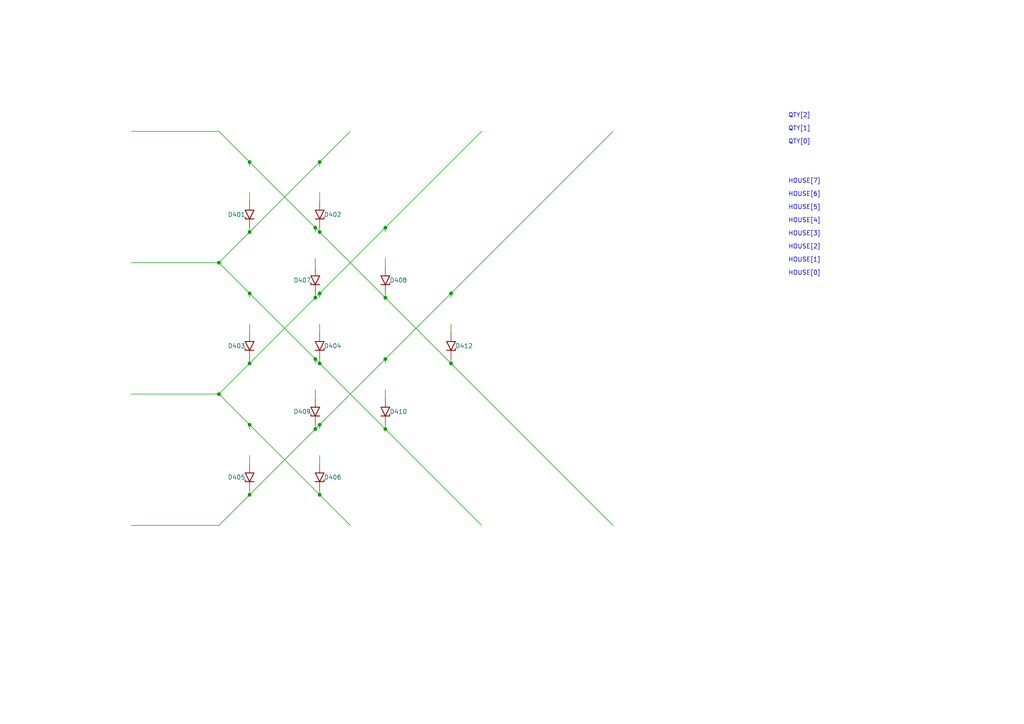
<source format=kicad_sch>
(kicad_sch (version 20230121) (generator eeschema)
  (paper "A4")
  (lib_symbols
    (symbol "RK_Diodes:350mA 28V SOD-323" (pin_numbers hide) (pin_names (offset 1.016) hide)
      (property "Reference" "D" (at 0 2.54 0))
      (property "Value" "350mA 28V" (at 0 -2.54 0))
      (symbol "350mA 28V SOD-323_0_1"
        (polyline (pts (xy -0.762 1.27) (xy -1.27 1.27) (xy -1.27 -1.27)) (stroke (width 0.254)))
        (polyline (pts (xy 1.27 1.27) (xy 1.27 -1.27) (xy -1.27 0) (xy 1.27 1.27)) (stroke (width 0.254)))
      )
      (symbol "350mA 28V SOD-323_1_1"
        (pin passive line (at -3.81 0 0) (length 2.54) (name "A1") (number "1"))
        (pin passive line (at 3.81 0 180) (length 2.54) (name "A2") (number "2"))
      )
    )
  )
  (junction (at 130.81 105.41))
  (junction (at 92.71 67.31))
  (junction (at 72.39 143.51))
  (junction (at 130.81 85.09))
  (junction (at 72.39 105.41))
  (junction (at 72.39 85.09))
  (junction (at 72.39 67.31))
  (junction (at 92.71 105.41))
  (junction (at 72.39 46.99))
  (junction (at 92.71 123.19))
  (junction (at 63.5 114.3))
  (junction (at 92.71 85.09))
  (junction (at 91.44 66.04))
  (junction (at 92.71 143.51))
  (junction (at 111.76 66.04))
  (junction (at 72.39 123.19))
  (junction (at 111.76 124.46))
  (junction (at 91.44 104.14))
  (junction (at 92.71 46.99))
  (junction (at 111.76 86.36))
  (junction (at 63.5 76.2))
  (junction (at 91.44 124.46))
  (junction (at 91.44 86.36))
  (junction (at 111.76 104.14))
  (wire (pts (xy 92.71 85.09) (xy 111.76 66.04)))
  (wire (pts (xy 72.39 55.88) (xy 72.39 58.42)))
  (wire (pts (xy 63.5 76.2) (xy 72.39 85.09)))
  (wire (pts (xy 92.71 142.24) (xy 92.71 143.51)))
  (wire (pts (xy 91.44 124.46) (xy 92.71 123.19)))
  (wire (pts (xy 72.39 105.41) (xy 91.44 86.36)))
  (wire (pts (xy 92.71 123.19) (xy 111.76 104.14)))
  (wire (pts (xy 92.71 46.99) (xy 92.71 48.26)))
  (wire (pts (xy 72.39 85.09) (xy 72.39 86.36)))
  (wire (pts (xy 63.5 152.4) (xy 72.39 143.51)))
  (wire (pts (xy 72.39 123.19) (xy 92.71 143.51)))
  (wire (pts (xy 111.76 66.04) (xy 111.76 67.31)))
  (wire (pts (xy 72.39 123.19) (xy 72.39 124.46)))
  (wire (pts (xy 63.5 114.3) (xy 72.39 123.19)))
  (wire (pts (xy 92.71 85.09) (xy 92.71 86.36)))
  (wire (pts (xy 72.39 67.31) (xy 92.71 46.99)))
  (wire (pts (xy 130.81 105.41) (xy 177.8 152.4)))
  (wire (pts (xy 92.71 67.31) (xy 111.76 86.36)))
  (wire (pts (xy 72.39 142.24) (xy 72.39 143.51)))
  (wire (pts (xy 111.76 104.14) (xy 111.76 105.41)))
  (wire (pts (xy 92.71 105.41) (xy 111.76 124.46)))
  (wire (pts (xy 72.39 104.14) (xy 72.39 105.41)))
  (wire (pts (xy 92.71 66.04) (xy 92.71 67.31)))
  (wire (pts (xy 63.5 76.2) (xy 72.39 67.31)))
  (wire (pts (xy 92.71 93.98) (xy 92.71 96.52)))
  (wire (pts (xy 63.5 114.3) (xy 72.39 105.41)))
  (wire (pts (xy 91.44 104.14) (xy 91.44 105.41)))
  (wire (pts (xy 91.44 74.93) (xy 91.44 77.47)))
  (wire (pts (xy 38.1 114.3) (xy 63.5 114.3)))
  (wire (pts (xy 72.39 143.51) (xy 91.44 124.46)))
  (wire (pts (xy 72.39 66.04) (xy 72.39 67.31)))
  (wire (pts (xy 91.44 104.14) (xy 92.71 105.41)))
  (wire (pts (xy 72.39 132.08) (xy 72.39 134.62)))
  (wire (pts (xy 111.76 86.36) (xy 130.81 105.41)))
  (wire (pts (xy 92.71 132.08) (xy 92.71 134.62)))
  (wire (pts (xy 130.81 85.09) (xy 177.8 38.1)))
  (wire (pts (xy 92.71 55.88) (xy 92.71 58.42)))
  (wire (pts (xy 91.44 66.04) (xy 91.44 67.31)))
  (wire (pts (xy 72.39 46.99) (xy 91.44 66.04)))
  (wire (pts (xy 91.44 66.04) (xy 92.71 67.31)))
  (wire (pts (xy 130.81 104.14) (xy 130.81 105.41)))
  (wire (pts (xy 91.44 113.03) (xy 91.44 115.57)))
  (wire (pts (xy 111.76 104.14) (xy 130.81 85.09)))
  (wire (pts (xy 38.1 152.4) (xy 63.5 152.4)))
  (wire (pts (xy 72.39 93.98) (xy 72.39 96.52)))
  (wire (pts (xy 111.76 124.46) (xy 139.7 152.4)))
  (wire (pts (xy 92.71 46.99) (xy 101.6 38.1)))
  (wire (pts (xy 38.1 76.2) (xy 63.5 76.2)))
  (wire (pts (xy 111.76 66.04) (xy 139.7 38.1)))
  (wire (pts (xy 92.71 104.14) (xy 92.71 105.41)))
  (wire (pts (xy 92.71 143.51) (xy 101.6 152.4)))
  (wire (pts (xy 72.39 46.99) (xy 72.39 48.26)))
  (wire (pts (xy 111.76 85.09) (xy 111.76 86.36)))
  (wire (pts (xy 130.81 85.09) (xy 130.81 86.36)))
  (wire (pts (xy 91.44 123.19) (xy 91.44 124.46)))
  (wire (pts (xy 91.44 85.09) (xy 91.44 86.36)))
  (wire (pts (xy 38.1 38.1) (xy 63.5 38.1)))
  (wire (pts (xy 130.81 93.98) (xy 130.81 96.52)))
  (wire (pts (xy 111.76 74.93) (xy 111.76 77.47)))
  (wire (pts (xy 72.39 85.09) (xy 91.44 104.14)))
  (wire (pts (xy 111.76 113.03) (xy 111.76 115.57)))
  (wire (pts (xy 91.44 86.36) (xy 92.71 85.09)))
  (wire (pts (xy 92.71 123.19) (xy 92.71 124.46)))
  (wire (pts (xy 111.76 123.19) (xy 111.76 124.46)))
  (wire (pts (xy 63.5 38.1) (xy 72.39 46.99)))
  (text "HOUSE[6]" (at 228.6 57.15 0) (effects (font (size 1.27 1.27)) (justify left bottom)))
  (text "HOUSE[2]" (at 228.6 72.39 0) (effects (font (size 1.27 1.27)) (justify left bottom)))
  (text "HOUSE[0]" (at 228.6 80.01 0) (effects (font (size 1.27 1.27)) (justify left bottom)))
  (text "QTY[0]" (at 228.6 41.91 0) (effects (font (size 1.27 1.27)) (justify left bottom)))
  (text "HOUSE[4]" (at 228.6 64.77 0) (effects (font (size 1.27 1.27)) (justify left bottom)))
  (text "HOUSE[7]" (at 228.6 53.34 0) (effects (font (size 1.27 1.27)) (justify left bottom)))
  (text "QTY[1]" (at 228.6 38.1 0) (effects (font (size 1.27 1.27)) (justify left bottom)))
  (text "QTY[2]" (at 228.6 34.29 0) (effects (font (size 1.27 1.27)) (justify left bottom)))
  (text "HOUSE[3]" (at 228.6 68.58 0) (effects (font (size 1.27 1.27)) (justify left bottom)))
  (text "HOUSE[1]" (at 228.6 76.2 0) (effects (font (size 1.27 1.27)) (justify left bottom)))
  (text "HOUSE[5]" (at 228.6 60.96 0) (effects (font (size 1.27 1.27)) (justify left bottom)))
  (symbol (lib_id "RK_Diodes:350mA 28V SOD-323") (at 111.76 81.28 270) (mirror x) (unit 1)
    (property "Reference" "D408" (at 118.11 81.28 90) (effects (justify right)))
    (property "Value" "350mA 28V" (effects hide))
    (property "Footprint" "Diode_SMD:D_SOD-323" (effects hide))
    (property "Datasheet" "https://datasheet.lcsc.com/lcsc/2308281515_hongjiacheng-SD103AWS_C7420360.pdf" (effects hide))
    (property "JLC_Cost" "0.0065" (effects hide))
    (property "JLC_Manufacturer" "hongjiacheng" (effects hide))
    (property "JLC_PN" "C7420360" (effects hide))
    (property "JLC_Type" "Basic" (effects hide))
    (property "JLC_MPN" "SD103AWS" (effects hide))
  )
  (symbol (lib_id "RK_Diodes:350mA 28V SOD-323") (at 92.71 100.33 270) (mirror x) (unit 1)
    (property "Reference" "D404" (at 99.06 100.33 90) (effects (justify right)))
    (property "Value" "350mA 28V" (effects hide))
    (property "Footprint" "Diode_SMD:D_SOD-323" (effects hide))
    (property "Datasheet" "https://datasheet.lcsc.com/lcsc/2308281515_hongjiacheng-SD103AWS_C7420360.pdf" (effects hide))
    (property "JLC_Cost" "0.0065" (effects hide))
    (property "JLC_Manufacturer" "hongjiacheng" (effects hide))
    (property "JLC_PN" "C7420360" (effects hide))
    (property "JLC_Type" "Basic" (effects hide))
    (property "JLC_MPN" "SD103AWS" (effects hide))
  )
  (symbol (lib_id "RK_Diodes:350mA 28V SOD-323") (at 111.76 119.38 270) (mirror x) (unit 1)
    (property "Reference" "D410" (at 118.11 119.38 90) (effects (justify right)))
    (property "Value" "350mA 28V" (effects hide))
    (property "Footprint" "Diode_SMD:D_SOD-323" (effects hide))
    (property "Datasheet" "https://datasheet.lcsc.com/lcsc/2308281515_hongjiacheng-SD103AWS_C7420360.pdf" (effects hide))
    (property "JLC_Cost" "0.0065" (effects hide))
    (property "JLC_Manufacturer" "hongjiacheng" (effects hide))
    (property "JLC_PN" "C7420360" (effects hide))
    (property "JLC_Type" "Basic" (effects hide))
    (property "JLC_MPN" "SD103AWS" (effects hide))
  )
  (symbol (lib_id "RK_Diodes:350mA 28V SOD-323") (at 72.39 100.33 90) (unit 1)
    (property "Reference" "D403" (at 66.04 100.33 90) (effects (justify right)))
    (property "Value" "350mA 28V" (effects hide))
    (property "Footprint" "Diode_SMD:D_SOD-323" (effects hide))
    (property "Datasheet" "https://datasheet.lcsc.com/lcsc/2308281515_hongjiacheng-SD103AWS_C7420360.pdf" (effects hide))
    (property "JLC_Cost" "0.0065" (effects hide))
    (property "JLC_Manufacturer" "hongjiacheng" (effects hide))
    (property "JLC_PN" "C7420360" (effects hide))
    (property "JLC_Type" "Basic" (effects hide))
    (property "JLC_MPN" "SD103AWS" (effects hide))
  )
  (symbol (lib_id "RK_Diodes:350mA 28V SOD-323") (at 92.71 138.43 270) (mirror x) (unit 1)
    (property "Reference" "D406" (at 99.06 138.43 90) (effects (justify right)))
    (property "Value" "350mA 28V" (effects hide))
    (property "Footprint" "Diode_SMD:D_SOD-323" (effects hide))
    (property "Datasheet" "https://datasheet.lcsc.com/lcsc/2308281515_hongjiacheng-SD103AWS_C7420360.pdf" (effects hide))
    (property "JLC_Cost" "0.0065" (effects hide))
    (property "JLC_Manufacturer" "hongjiacheng" (effects hide))
    (property "JLC_PN" "C7420360" (effects hide))
    (property "JLC_Type" "Basic" (effects hide))
    (property "JLC_MPN" "SD103AWS" (effects hide))
  )
  (symbol (lib_id "RK_Diodes:350mA 28V SOD-323") (at 91.44 119.38 90) (unit 1)
    (property "Reference" "D409" (at 85.09 119.38 90) (effects (justify right)))
    (property "Value" "350mA 28V" (effects hide))
    (property "Footprint" "Diode_SMD:D_SOD-323" (effects hide))
    (property "Datasheet" "https://datasheet.lcsc.com/lcsc/2308281515_hongjiacheng-SD103AWS_C7420360.pdf" (effects hide))
    (property "JLC_Cost" "0.0065" (effects hide))
    (property "JLC_Manufacturer" "hongjiacheng" (effects hide))
    (property "JLC_PN" "C7420360" (effects hide))
    (property "JLC_Type" "Basic" (effects hide))
    (property "JLC_MPN" "SD103AWS" (effects hide))
  )
  (symbol (lib_id "RK_Diodes:350mA 28V SOD-323") (at 92.71 62.23 270) (mirror x) (unit 1)
    (property "Reference" "D402" (at 99.06 62.23 90) (effects (justify right)))
    (property "Value" "350mA 28V" (effects hide))
    (property "Footprint" "Diode_SMD:D_SOD-323" (effects hide))
    (property "Datasheet" "https://datasheet.lcsc.com/lcsc/2308281515_hongjiacheng-SD103AWS_C7420360.pdf" (effects hide))
    (property "JLC_Cost" "0.0065" (effects hide))
    (property "JLC_Manufacturer" "hongjiacheng" (effects hide))
    (property "JLC_PN" "C7420360" (effects hide))
    (property "JLC_Type" "Basic" (effects hide))
    (property "JLC_MPN" "SD103AWS" (effects hide))
  )
  (symbol (lib_id "RK_Diodes:350mA 28V SOD-323") (at 72.39 138.43 90) (unit 1)
    (property "Reference" "D405" (at 66.04 138.43 90) (effects (justify right)))
    (property "Value" "350mA 28V" (effects hide))
    (property "Footprint" "Diode_SMD:D_SOD-323" (effects hide))
    (property "Datasheet" "https://datasheet.lcsc.com/lcsc/2308281515_hongjiacheng-SD103AWS_C7420360.pdf" (effects hide))
    (property "JLC_Cost" "0.0065" (effects hide))
    (property "JLC_Manufacturer" "hongjiacheng" (effects hide))
    (property "JLC_PN" "C7420360" (effects hide))
    (property "JLC_Type" "Basic" (effects hide))
    (property "JLC_MPN" "SD103AWS" (effects hide))
  )
  (symbol (lib_id "RK_Diodes:350mA 28V SOD-323") (at 72.39 62.23 90) (unit 1)
    (property "Reference" "D401" (at 66.04 62.23 90) (effects (justify right)))
    (property "Value" "350mA 28V" (effects hide))
    (property "Footprint" "Diode_SMD:D_SOD-323" (effects hide))
    (property "Datasheet" "https://datasheet.lcsc.com/lcsc/2308281515_hongjiacheng-SD103AWS_C7420360.pdf" (effects hide))
    (property "JLC_Cost" "0.0065" (effects hide))
    (property "JLC_Manufacturer" "hongjiacheng" (effects hide))
    (property "JLC_PN" "C7420360" (effects hide))
    (property "JLC_Type" "Basic" (effects hide))
    (property "JLC_MPN" "SD103AWS" (effects hide))
  )
  (symbol (lib_id "RK_Diodes:350mA 28V SOD-323") (at 91.44 81.28 90) (unit 1)
    (property "Reference" "D407" (at 85.09 81.28 90) (effects (justify right)))
    (property "Value" "350mA 28V" (effects hide))
    (property "Footprint" "Diode_SMD:D_SOD-323" (effects hide))
    (property "Datasheet" "https://datasheet.lcsc.com/lcsc/2308281515_hongjiacheng-SD103AWS_C7420360.pdf" (effects hide))
    (property "JLC_Cost" "0.0065" (effects hide))
    (property "JLC_Manufacturer" "hongjiacheng" (effects hide))
    (property "JLC_PN" "C7420360" (effects hide))
    (property "JLC_Type" "Basic" (effects hide))
    (property "JLC_MPN" "SD103AWS" (effects hide))
  )
  (symbol (lib_id "RK_Diodes:350mA 28V SOD-323") (at 130.81 100.33 270) (mirror x) (unit 1)
    (property "Reference" "D412" (at 137.16 100.33 90) (effects (justify right)))
    (property "Value" "350mA 28V" (effects hide))
    (property "Footprint" "Diode_SMD:D_SOD-323" (effects hide))
    (property "Datasheet" "https://datasheet.lcsc.com/lcsc/2308281515_hongjiacheng-SD103AWS_C7420360.pdf" (effects hide))
    (property "JLC_Cost" "0.0065" (effects hide))
    (property "JLC_Manufacturer" "hongjiacheng" (effects hide))
    (property "JLC_PN" "C7420360" (effects hide))
    (property "JLC_Type" "Basic" (effects hide))
    (property "JLC_MPN" "SD103AWS" (effects hide))
  )
)
</source>
